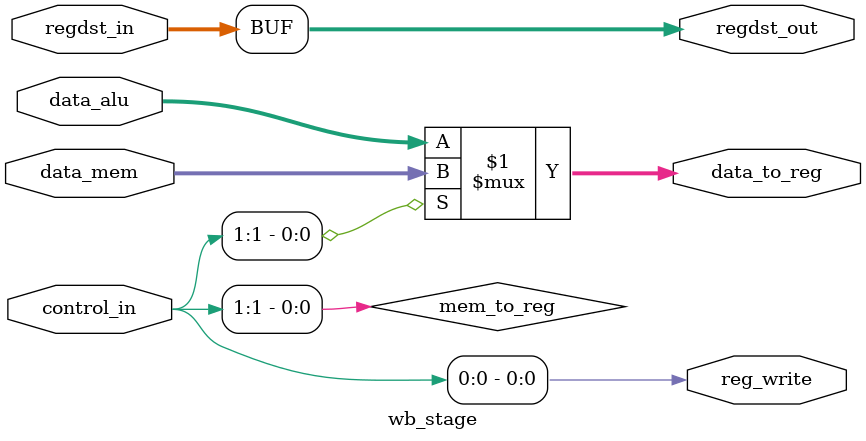
<source format=v>
`timescale              1 ns/1 ps
module wb_stage(reg_write,data_to_reg,regdst_out,
		control_in,data_mem,data_alu,regdst_in);

	input [31:0]data_mem,data_alu;
	input [4:0]regdst_in;
	input [1:0]control_in;

	output [31:0]data_to_reg;
	output [4:0]regdst_out;
	output reg_write;

	wire mem_to_reg;

	assign regdst_out=regdst_in;
	
	assign mem_to_reg=control_in[1];
	assign reg_write=control_in[0];

	assign data_to_reg=(mem_to_reg)? data_mem:data_alu;

endmodule

</source>
